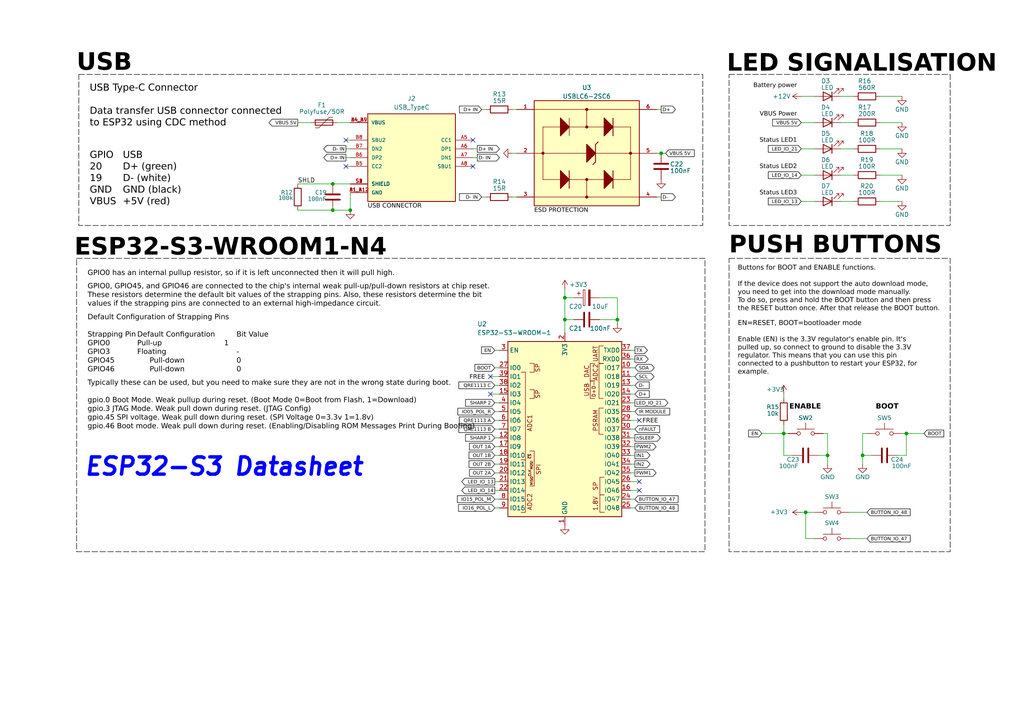
<source format=kicad_sch>
(kicad_sch (version 20231120) (generator "eeschema") (generator_version "8.0")
  (paper "A4")
  (title_block (title "SUMEC_MK_IV") (date "2024-08-05") (rev "v3.0.9") (company "SPS NA PROSEKU") (comment 1 "Made in Prague, Czech Republic") (comment 2 "CONTACT: Savva Popov, savva.popov.sp@gmail.com, +420 605 570 366") (comment 3 "Made by bismarx-v1") (comment 4 "SUMEC MK IV aka SMD-V3 board"))
  (lib_symbols
    (symbol "Device:C" (pin_numbers hide) (pin_names (offset 0.254))
      (property "Reference" "C" (at 0.635 2.54 0))
      (property "Value" "C" (at 0.635 -2.54 0))
      (symbol "C_0_1"
        (polyline (pts (xy -2.032 -0.762) (xy 2.032 -0.762)) (stroke (width 0.508)))
        (polyline (pts (xy -2.032 0.762) (xy 2.032 0.762)) (stroke (width 0.508)))
      )
      (symbol "C_1_1"
        (pin passive line (at 0 3.81 270) (length 2.794) (name "~") (number "1"))
        (pin passive line (at 0 -3.81 90) (length 2.794) (name "~") (number "2"))
      )
    )
    (symbol "Device:C_Polarized" (pin_numbers hide) (pin_names (offset 0.254))
      (property "Reference" "C" (at 0.635 2.54 0))
      (property "Value" "C_Polarized" (at 0.635 -2.54 0))
      (symbol "C_Polarized_0_1"
        (rectangle (start -2.286 0.508) (end 2.286 1.016))
        (polyline (pts (xy -1.778 2.286) (xy -0.762 2.286)))
        (polyline (pts (xy -1.27 2.794) (xy -1.27 1.778)))
        (rectangle (start 2.286 -0.508) (end -2.286 -1.016) (fill (type outline)))
      )
      (symbol "C_Polarized_1_1"
        (pin passive line (at 0 3.81 270) (length 2.794) (name "~") (number "1"))
        (pin passive line (at 0 -3.81 90) (length 2.794) (name "~") (number "2"))
      )
    )
    (symbol "Device:LED" (pin_numbers hide) (pin_names (offset 1.016) hide)
      (property "Reference" "D" (at 0 2.54 0))
      (property "Value" "LED" (at 0 -2.54 0))
      (symbol "LED_0_1"
        (polyline (pts (xy -1.27 -1.27) (xy -1.27 1.27)) (stroke (width 0.254)))
        (polyline (pts (xy -1.27 0) (xy 1.27 0)))
        (polyline (pts (xy 1.27 -1.27) (xy 1.27 1.27) (xy -1.27 0) (xy 1.27 -1.27)) (stroke (width 0.254)))
        (polyline (pts (xy -3.048 -0.762) (xy -4.572 -2.286) (xy -3.81 -2.286) (xy -4.572 -2.286) (xy -4.572 -1.524)))
        (polyline (pts (xy -1.778 -0.762) (xy -3.302 -2.286) (xy -2.54 -2.286) (xy -3.302 -2.286) (xy -3.302 -1.524)))
      )
      (symbol "LED_1_1"
        (pin passive line (at -3.81 0 0) (length 2.54) (name "K") (number "1"))
        (pin passive line (at 3.81 0 180) (length 2.54) (name "A") (number "2"))
      )
    )
    (symbol "Device:Polyfuse" (pin_numbers hide) (pin_names (offset 0))
      (property "Reference" "F" (at -2.54 0 90))
      (property "Value" "Polyfuse" (at 2.54 0 90))
      (symbol "Polyfuse_0_1"
        (rectangle (start -0.762 2.54) (end 0.762 -2.54) (stroke (width 0.254)))
        (polyline (pts (xy 0 2.54) (xy 0 -2.54)))
        (polyline (pts (xy -1.524 2.54) (xy -1.524 1.524) (xy 1.524 -1.524) (xy 1.524 -2.54)))
      )
      (symbol "Polyfuse_1_1"
        (pin passive line (at 0 3.81 270) (length 1.27) (name "~") (number "1"))
        (pin passive line (at 0 -3.81 90) (length 1.27) (name "~") (number "2"))
      )
    )
    (symbol "Device:R" (pin_numbers hide) (pin_names (offset 0))
      (property "Reference" "R" (at 2.032 0 90))
      (property "Value" "R" (at 0 0 90))
      (symbol "R_0_1"
        (rectangle (start -1.016 -2.54) (end 1.016 2.54) (stroke (width 0.254)))
      )
      (symbol "R_1_1"
        (pin passive line (at 0 3.81 270) (length 1.27) (name "~") (number "1"))
        (pin passive line (at 0 -3.81 90) (length 1.27) (name "~") (number "2"))
      )
    )
    (symbol "ESP32-S3-WROOM-1_CUSTOM_made_by_bismarx_1"
      (property "Reference" "U3" (at -26.162 -28.956 0))
      (property "Value" "ESP32-S3-WROOM-1" (at -26.162 -30.734 0))
      (symbol "ESP32-S3-WROOM-1_CUSTOM_made_by_bismarx_1_0_0"
        (rectangle (start -20.32 25.4) (end 12.7 -25.4) (stroke (width 0.254)) (fill (type background)))
        (text "PSRAM" (at 5.08 2.54 900) (effects (font (size 1.27 1.27))))
      )
      (symbol "ESP32-S3-WROOM-1_CUSTOM_made_by_bismarx_1_0_1"
        (polyline (pts (xy -16.51 -8.89) (xy -15.24 -8.89) (xy -15.24 -24.13) (xy -16.51 -24.13)))
        (polyline (pts (xy -16.51 16.51) (xy -15.24 16.51) (xy -15.24 -8.89) (xy -16.51 -8.89)))
        (polyline (pts (xy -13.97 -16.51) (xy -12.7 -16.51) (xy -12.7 -6.35) (xy -13.97 -6.35)))
        (polyline (pts (xy -13.97 8.89) (xy -12.7 8.89) (xy -12.7 11.43) (xy -13.97 11.43)))
        (polyline (pts (xy -13.97 16.51) (xy -12.7 16.51) (xy -12.7 19.05) (xy -13.97 19.05)))
        (polyline (pts (xy 4.826 8.89) (xy 3.556 8.89) (xy 3.556 13.97) (xy 4.826 13.97)))
        (polyline (pts (xy 4.826 13.97) (xy 3.556 13.97) (xy 3.556 19.05) (xy 4.826 19.05)))
        (polyline (pts (xy 7.366 -1.524) (xy 6.096 -1.524) (xy 6.096 6.096) (xy 7.366 6.096)))
        (polyline (pts (xy 7.366 8.89) (xy 6.096 8.89) (xy 6.096 19.05) (xy 7.366 19.05)))
        (polyline (pts (xy 7.366 19.05) (xy 6.096 19.05) (xy 6.096 24.13) (xy 7.366 24.13)))
        (polyline (pts (xy 7.62 -24.13) (xy 6.35 -24.13) (xy 6.35 -19.05) (xy 7.62 -19.05)))
        (polyline (pts (xy 7.62 -19.05) (xy 6.35 -19.05) (xy 6.35 -13.97) (xy 7.62 -13.97)))
      )
      (symbol "ESP32-S3-WROOM-1_CUSTOM_made_by_bismarx_1_1_0"
        (text "1.8V" (at 5.08 -21.59 900) (effects (font (size 1.27 1.27))))
        (text "ADC1" (at -13.97 1.778 900) (effects (font (size 1.27 1.27))))
        (text "ADC2" (at -13.97 -21.082 900) (effects (font (size 1.27 1.27))))
        (text "ADC2" (at 5.08 16.51 900) (effects (font (size 1.27 1.27))))
        (text "CLK" (at -13.97 -12.7 900) (effects (font (size 0.7 0.7))))
        (text "D+" (at 4.572 10.414 900) (effects (font (size 1 1))))
        (text "D-" (at 4.572 12.7 900) (effects (font (size 1 1))))
        (text "DAC" (at 2.54 16.764 900) (effects (font (size 1.27 1.27))))
        (text "MISO" (at -13.462 -14.986 900) (effects (font (size 0.7 0.7))))
        (text "MOSI" (at -13.462 -10.414 900) (effects (font (size 0.7 0.7))))
        (text "SP" (at -11.684 10.16 900) (effects (font (size 1.27 1.27))))
        (text "SP" (at -11.684 17.78 900) (effects (font (size 1.27 1.27))))
        (text "SP" (at 5.08 -16.51 900) (effects (font (size 1.27 1.27))))
        (text "SPI" (at -11.43 -11.684 900) (effects (font (size 1.27 1.27))))
        (text "UART" (at 5.08 21.844 900) (effects (font (size 1.27 1.27))))
        (text "USB" (at 2.54 11.43 900) (effects (font (size 1.27 1.27))))
        (text "~{CS}" (at -13.97 -7.874 900) (effects (font (size 0.7 0.7))))
      )
      (symbol "ESP32-S3-WROOM-1_CUSTOM_made_by_bismarx_1_1_1"
        (pin power_in line (at -3.81 -27.94 90) (length 2.54) (name "GND") (number "1"))
        (pin bidirectional line (at 15.24 17.78 180) (length 2.54) (name "IO17") (number "10"))
        (pin bidirectional line (at 15.24 15.24 180) (length 2.54) (name "IO18") (number "11"))
        (pin bidirectional line (at -22.86 -2.54 0) (length 2.54) (name "IO8") (number "12"))
        (pin bidirectional line (at 15.24 12.7 180) (length 2.54) (name "IO19") (number "13"))
        (pin bidirectional line (at 15.24 10.16 180) (length 2.54) (name "IO20") (number "14"))
        (pin bidirectional line (at -22.86 10.16 0) (length 2.54) (name "IO3") (number "15"))
        (pin bidirectional line (at 15.24 -17.78 180) (length 2.54) (name "IO46") (number "16"))
        (pin bidirectional line (at -22.86 -5.08 0) (length 2.54) (name "IO9") (number "17"))
        (pin bidirectional line (at -22.86 -7.62 0) (length 2.54) (name "IO10") (number "18"))
        (pin bidirectional line (at -22.86 -10.16 0) (length 2.54) (name "IO11") (number "19"))
        (pin power_in line (at -3.81 27.94 270) (length 2.54) (name "3V3") (number "2"))
        (pin bidirectional line (at -22.86 -12.7 0) (length 2.54) (name "IO12") (number "20"))
        (pin bidirectional line (at -22.86 -15.24 0) (length 2.54) (name "IO13") (number "21"))
        (pin bidirectional line (at -22.86 -17.78 0) (length 2.54) (name "IO14") (number "22"))
        (pin bidirectional line (at 15.24 7.62 180) (length 2.54) (name "IO21") (number "23"))
        (pin bidirectional line (at 15.24 -20.32 180) (length 2.54) (name "IO47") (number "24"))
        (pin bidirectional line (at 15.24 -22.86 180) (length 2.54) (name "IO48") (number "25"))
        (pin bidirectional line (at 15.24 -15.24 180) (length 2.54) (name "IO45") (number "26"))
        (pin bidirectional line (at -22.86 17.78 0) (length 2.54) (name "IO0") (number "27"))
        (pin bidirectional line (at 15.24 5.08 180) (length 2.54) (name "IO35") (number "28"))
        (pin bidirectional line (at 15.24 2.54 180) (length 2.54) (name "IO36") (number "29"))
        (pin input line (at -22.86 22.86 0) (length 2.54) (name "EN") (number "3"))
        (pin bidirectional line (at 15.24 0 180) (length 2.54) (name "IO37") (number "30"))
        (pin bidirectional line (at 15.24 -2.54 180) (length 2.54) (name "IO38") (number "31"))
        (pin bidirectional line (at 15.24 -5.08 180) (length 2.54) (name "IO39") (number "32"))
        (pin bidirectional line (at 15.24 -7.62 180) (length 2.54) (name "IO40") (number "33"))
        (pin bidirectional line (at 15.24 -10.16 180) (length 2.54) (name "IO41") (number "34"))
        (pin bidirectional line (at 15.24 -12.7 180) (length 2.54) (name "IO42") (number "35"))
        (pin bidirectional line (at 15.24 20.32 180) (length 2.54) (name "RXD0") (number "36"))
        (pin bidirectional line (at 15.24 22.86 180) (length 2.54) (name "TXD0") (number "37"))
        (pin bidirectional line (at -22.86 12.7 0) (length 2.54) (name "IO2") (number "38"))
        (pin bidirectional line (at -22.86 15.24 0) (length 2.54) (name "IO1") (number "39"))
        (pin bidirectional line (at -22.86 7.62 0) (length 2.54) (name "IO4") (number "4"))
        (pin passive line (at -3.81 -27.94 90) (length 2.54) hide (name "GND") (number "40"))
        (pin passive line (at -3.81 -27.94 90) (length 2.54) hide (name "GND") (number "41"))
        (pin bidirectional line (at -22.86 5.08 0) (length 2.54) (name "IO5") (number "5"))
        (pin bidirectional line (at -22.86 2.54 0) (length 2.54) (name "IO6") (number "6"))
        (pin bidirectional line (at -22.86 0 0) (length 2.54) (name "IO7") (number "7"))
        (pin bidirectional line (at -22.86 -20.32 0) (length 2.54) (name "IO15") (number "8"))
        (pin bidirectional line (at -22.86 -22.86 0) (length 2.54) (name "IO16") (number "9"))
      )
    )
    (symbol "GND_1" (power) (pin_numbers hide) (pin_names (offset 0) hide)
      (property "Value" "GND" (at 0 -3.81 0))
      (symbol "GND_1_0_1"
        (polyline (pts (xy 0 0) (xy 0 -1.27) (xy 1.27 -1.27) (xy 0 -2.54) (xy -1.27 -1.27) (xy 0 -1.27)))
      )
      (symbol "GND_1_1_1"
        (pin power_in line (at 0 0 270) (length 0) (name "~") (number "1"))
      )
    )
    (symbol "Switch:SW_Push" (pin_numbers hide) (pin_names (offset 1.016) hide)
      (property "Reference" "SW" (at 1.27 2.54 0))
      (property "Value" "SW_Push" (at 0 -1.524 0))
      (symbol "SW_Push_0_1"
        (circle (center -2.032 0) (radius 0.508))
        (polyline (pts (xy 0 1.27) (xy 0 3.048)))
        (polyline (pts (xy 2.54 1.27) (xy -2.54 1.27)))
        (circle (center 2.032 0) (radius 0.508))
        (pin passive line (at -5.08 0 0) (length 2.54) (name "1") (number "1"))
        (pin passive line (at 5.08 0 180) (length 2.54) (name "2") (number "2"))
      )
    )
    (symbol "power:+12V" (power) (pin_names (offset 0))
      (property "Value" "+12V" (at 0 3.556 0))
      (symbol "+12V_0_1"
        (polyline (pts (xy -0.762 1.27) (xy 0 2.54)))
        (polyline (pts (xy 0 0) (xy 0 2.54)))
        (polyline (pts (xy 0 2.54) (xy 0.762 1.27)))
      )
      (symbol "+12V_1_1"
        (pin power_in line (at 0 0 90) (length 0) hide (name "+12V") (number "1"))
      )
    )
    (symbol "power:+3V3" (power) (pin_names (offset 0))
      (property "Value" "+3V3" (at 0 3.556 0))
      (symbol "+3V3_0_1"
        (polyline (pts (xy -0.762 1.27) (xy 0 2.54)))
        (polyline (pts (xy 0 0) (xy 0 2.54)))
        (polyline (pts (xy 0 2.54) (xy 0.762 1.27)))
      )
      (symbol "+3V3_1_1"
        (pin power_in line (at 0 0 90) (length 0) hide (name "+3V3") (number "1"))
      )
    )
    (symbol "power:GND" (power) (pin_names (offset 0))
      (property "Value" "GND" (at 0 -3.81 0))
      (symbol "GND_0_1"
        (polyline (pts (xy 0 0) (xy 0 -1.27) (xy 1.27 -1.27) (xy 0 -2.54) (xy -1.27 -1.27) (xy 0 -1.27)))
      )
      (symbol "GND_1_1"
        (pin power_in line (at 0 0 270) (length 0) hide (name "GND") (number "1"))
      )
    )
    (symbol "sumec_library:USBLC6-2SC6" (pin_names (offset 1.016))
      (property "Reference" "U" (at -15.2693 17.8093 0))
      (property "Value" "USBLC6-2SC6" (at -15.2559 -17.7959 0))
      (symbol "USBLC6-2SC6_0_0"
        (rectangle (start -15.24 -15.24) (end 15.24 15.24) (stroke (width 0.254)) (fill (type background)))
        (circle (center -12.7 0) (radius 0.254) (stroke (width 0.381)))
        (circle (center 0 -12.7) (radius 0.254) (stroke (width 0.381)))
        (circle (center 0 -7.62) (radius 0.254) (stroke (width 0.381)))
        (polyline (pts (xy -15.24 -12.7) (xy 0 -12.7)) (stroke (width 0.1524)))
        (polyline (pts (xy -15.24 12.7) (xy 0 12.7)) (stroke (width 0.1524)))
        (polyline (pts (xy -12.7 -7.62) (xy -7.62 -7.62)) (stroke (width 0.1524)))
        (polyline (pts (xy -12.7 0) (xy -15.24 0)) (stroke (width 0.1524)))
        (polyline (pts (xy -12.7 0) (xy -12.7 -7.62)) (stroke (width 0.1524)))
        (polyline (pts (xy -12.7 0) (xy 0 0)) (stroke (width 0.1524)))
        (polyline (pts (xy -12.7 7.62) (xy -12.7 0)) (stroke (width 0.1524)))
        (polyline (pts (xy -12.7 7.62) (xy -7.62 7.62)) (stroke (width 0.1524)))
        (polyline (pts (xy -7.62 -10.16) (xy -7.62 -7.62)) (stroke (width 0.254)))
        (polyline (pts (xy -7.62 -7.62) (xy -7.62 -5.08)) (stroke (width 0.254)))
        (polyline (pts (xy -7.62 -5.08) (xy -5.08 -7.62)) (stroke (width 0.254)))
        (polyline (pts (xy -7.62 5.08) (xy -7.62 7.62)) (stroke (width 0.254)))
        (polyline (pts (xy -7.62 7.62) (xy -7.62 10.16)) (stroke (width 0.254)))
        (polyline (pts (xy -7.62 10.16) (xy -5.08 7.62)) (stroke (width 0.254)))
        (polyline (pts (xy -5.08 -7.62) (xy -7.62 -10.16)) (stroke (width 0.254)))
        (polyline (pts (xy -5.08 -7.62) (xy -5.08 -10.16)) (stroke (width 0.254)))
        (polyline (pts (xy -5.08 -7.62) (xy 0 -7.62)) (stroke (width 0.1524)))
        (polyline (pts (xy -5.08 -5.08) (xy -5.08 -7.62)) (stroke (width 0.254)))
        (polyline (pts (xy -5.08 7.62) (xy -7.62 5.08)) (stroke (width 0.254)))
        (polyline (pts (xy -5.08 7.62) (xy -5.08 5.08)) (stroke (width 0.1524)))
        (polyline (pts (xy -5.08 7.62) (xy 0 7.62)) (stroke (width 0.1524)))
        (polyline (pts (xy -5.08 10.16) (xy -5.08 7.62)) (stroke (width 0.1524)))
        (polyline (pts (xy 0 -7.62) (xy 0 -12.7)) (stroke (width 0.1524)))
        (polyline (pts (xy 0 -7.62) (xy 5.08 -7.62)) (stroke (width 0.1524)))
        (polyline (pts (xy 0 -2.54) (xy 0 0)) (stroke (width 0.254)))
        (polyline (pts (xy 0 0) (xy 0 2.54)) (stroke (width 0.254)))
        (polyline (pts (xy 0 2.54) (xy 2.54 0)) (stroke (width 0.254)))
        (polyline (pts (xy 0 7.62) (xy 0 12.7)) (stroke (width 0.1524)))
        (polyline (pts (xy 0 7.62) (xy 5.08 7.62)) (stroke (width 0.1524)))
        (polyline (pts (xy 0 12.7) (xy 15.24 12.7)) (stroke (width 0.1524)))
        (polyline (pts (xy 2.54 -2.54) (xy 1.778 -3.302)) (stroke (width 0.254)))
        (polyline (pts (xy 2.54 0) (xy 0 -2.54)) (stroke (width 0.254)))
        (polyline (pts (xy 2.54 0) (xy 12.7 0)) (stroke (width 0.1524)))
        (polyline (pts (xy 2.54 2.54) (xy 2.54 -2.54)) (stroke (width 0.254)))
        (polyline (pts (xy 2.54 2.54) (xy 3.302 3.302)) (stroke (width 0.254)))
        (polyline (pts (xy 5.08 -10.16) (xy 5.08 -7.62)) (stroke (width 0.254)))
        (polyline (pts (xy 5.08 -7.62) (xy 5.08 -5.08)) (stroke (width 0.254)))
        (polyline (pts (xy 5.08 -5.08) (xy 7.62 -7.62)) (stroke (width 0.254)))
        (polyline (pts (xy 5.08 5.08) (xy 5.08 7.62)) (stroke (width 0.254)))
        (polyline (pts (xy 5.08 7.62) (xy 5.08 10.16)) (stroke (width 0.254)))
        (polyline (pts (xy 5.08 10.16) (xy 7.62 7.62)) (stroke (width 0.254)))
        (polyline (pts (xy 7.62 -7.62) (xy 5.08 -10.16)) (stroke (width 0.254)))
        (polyline (pts (xy 7.62 -7.62) (xy 7.62 -10.16)) (stroke (width 0.254)))
        (polyline (pts (xy 7.62 -7.62) (xy 12.7 -7.62)) (stroke (width 0.1524)))
        (polyline (pts (xy 7.62 -5.08) (xy 7.62 -7.62)) (stroke (width 0.254)))
        (polyline (pts (xy 7.62 7.62) (xy 5.08 5.08)) (stroke (width 0.254)))
        (polyline (pts (xy 7.62 7.62) (xy 7.62 5.08)) (stroke (width 0.254)))
        (polyline (pts (xy 7.62 7.62) (xy 12.7 7.62)) (stroke (width 0.1524)))
        (polyline (pts (xy 7.62 10.16) (xy 7.62 7.62)) (stroke (width 0.254)))
        (polyline (pts (xy 12.7 0) (xy 12.7 -7.62)) (stroke (width 0.1524)))
        (polyline (pts (xy 12.7 0) (xy 15.24 0)) (stroke (width 0.1524)))
        (polyline (pts (xy 12.7 7.62) (xy 12.7 0)) (stroke (width 0.1524)))
        (polyline (pts (xy 15.24 -12.7) (xy 0 -12.7)) (stroke (width 0.1524)))
        (polyline (pts (xy -7.62 -5.08) (xy -7.62 -10.16) (xy -5.08 -7.62) (xy -7.62 -5.08)) (stroke (width 0.254)) (fill (type outline)))
        (polyline (pts (xy -7.62 10.16) (xy -7.62 5.08) (xy -5.08 7.62) (xy -7.62 10.16)) (stroke (width 0.254)) (fill (type outline)))
        (polyline (pts (xy 0 2.54) (xy 0 -2.54) (xy 2.54 0) (xy 0 2.54)) (stroke (width 0.254)) (fill (type outline)))
        (polyline (pts (xy 5.08 -5.08) (xy 5.08 -10.16) (xy 7.62 -7.62) (xy 5.08 -5.08)) (stroke (width 0.254)) (fill (type outline)))
        (polyline (pts (xy 5.08 10.16) (xy 5.08 5.08) (xy 7.62 7.62) (xy 5.08 10.16)) (stroke (width 0.254)) (fill (type outline)))
        (circle (center 0 7.62) (radius 0.254) (stroke (width 0.381)))
        (circle (center 0 12.7) (radius 0.254) (stroke (width 0.381)))
        (circle (center 12.7 0) (radius 0.254) (stroke (width 0.381)))
        (pin bidirectional line (at -20.32 12.7 0) (length 5.08) (name "~") (number "1"))
        (pin power_in line (at -20.32 0 0) (length 5.08) (name "~") (number "2"))
        (pin bidirectional line (at -20.32 -12.7 0) (length 5.08) (name "~") (number "3"))
        (pin bidirectional line (at 20.32 -12.7 180) (length 5.08) (name "~") (number "4"))
        (pin power_in line (at 20.32 0 180) (length 5.08) (name "~") (number "5"))
        (pin bidirectional line (at 20.32 12.7 180) (length 5.08) (name "~") (number "6"))
      )
    )
    (symbol "sumec_sch_lib:USB_TypeC" (pin_names (offset 1.016))
      (property "Reference" "J" (at -12.7 13.462 0))
      (property "Value" "USB_TypeC" (at -12.7 -13.462 0))
      (symbol "USB_TypeC_0_0"
        (rectangle (start -12.7 -12.7) (end 12.7 12.7) (stroke (width 0.254)) (fill (type background)))
        (pin power_in line (at 17.78 -10.16 180) (length 5.08) (name "GND") (number "A1_B12"))
        (pin power_in line (at 17.78 10.16 180) (length 5.08) (name "VBUS") (number "A4_B9"))
        (pin bidirectional line (at -17.78 5.08 0) (length 5.08) (name "CC1") (number "A5"))
        (pin bidirectional line (at -17.78 2.54 0) (length 5.08) (name "DP1") (number "A6"))
        (pin bidirectional line (at -17.78 0 0) (length 5.08) (name "DN1") (number "A7"))
        (pin bidirectional line (at -17.78 -2.54 0) (length 5.08) (name "SBU1") (number "A8"))
        (pin power_in line (at 17.78 -10.16 180) (length 5.08) (name "GND") (number "B1_A12"))
        (pin power_in line (at 17.78 10.16 180) (length 5.08) (name "VBUS") (number "B4_A9"))
        (pin bidirectional line (at 17.78 -2.54 180) (length 5.08) (name "CC2") (number "B5"))
        (pin bidirectional line (at 17.78 0 180) (length 5.08) (name "DP2") (number "B6"))
        (pin bidirectional line (at 17.78 2.54 180) (length 5.08) (name "DN2") (number "B7"))
        (pin bidirectional line (at 17.78 5.08 180) (length 5.08) (name "SBU2") (number "B8"))
        (pin passive line (at 17.78 -7.62 180) (length 5.08) (name "SHIELD") (number "S1"))
        (pin passive line (at 17.78 -7.62 180) (length 5.08) (name "SHIELD") (number "S2"))
        (pin passive line (at 17.78 -7.62 180) (length 5.08) (name "SHIELD") (number "S3"))
        (pin passive line (at 17.78 -7.62 180) (length 5.08) (name "SHIELD") (number "S4"))
      )
    )
  )
  (junction (at 233.68 148.59))
  (junction (at 96.52 60.96))
  (junction (at 96.52 53.34))
  (junction (at 163.83 86.36))
  (junction (at 163.83 92.71))
  (junction (at 240.03 132.08))
  (junction (at 179.07 92.71))
  (junction (at 101.6 60.96))
  (junction (at 250.19 132.08))
  (junction (at 191.77 44.45))
  (junction (at 262.89 125.73))
  (junction (at 227.33 125.73))
  (no_connect (at 185.42 121.92))
  (no_connect (at 142.24 114.3))
  (no_connect (at 100.33 40.64))
  (no_connect (at 137.16 40.64))
  (no_connect (at 137.16 48.26))
  (no_connect (at 185.42 139.7))
  (no_connect (at 185.42 142.24))
  (no_connect (at 142.24 109.22))
  (no_connect (at 100.33 48.26))
  (wire (pts (xy 240.03 125.73) (xy 238.76 125.73)))
  (wire (pts (xy 250.19 134.62) (xy 250.19 132.08)))
  (wire (pts (xy 250.19 132.08) (xy 252.73 132.08)))
  (wire (pts (xy 96.52 53.34) (xy 101.6 53.34)))
  (wire (pts (xy 86.36 53.34) (xy 96.52 53.34)))
  (wire (pts (xy 246.38 148.59) (xy 251.46 148.59)))
  (wire (pts (xy 184.15 124.46) (xy 182.88 124.46)))
  (wire (pts (xy 142.24 109.22) (xy 144.78 109.22)))
  (wire (pts (xy 179.07 86.36) (xy 179.07 92.71)))
  (wire (pts (xy 227.33 115.57) (xy 227.33 114.3)))
  (wire (pts (xy 255.27 50.8) (xy 261.62 50.8)))
  (wire (pts (xy 227.33 125.73) (xy 228.6 125.73)))
  (wire (pts (xy 232.41 35.56) (xy 236.22 35.56)))
  (wire (pts (xy 240.03 132.08) (xy 237.49 132.08)))
  (wire (pts (xy 233.68 156.21) (xy 236.22 156.21)))
  (wire (pts (xy 100.33 40.64) (xy 101.6 40.64)))
  (wire (pts (xy 138.43 43.18) (xy 137.16 43.18)))
  (wire (pts (xy 90.17 35.56) (xy 86.36 35.56)))
  (wire (pts (xy 143.51 132.08) (xy 144.78 132.08)))
  (wire (pts (xy 163.83 92.71) (xy 163.83 96.52)))
  (wire (pts (xy 184.15 104.14) (xy 182.88 104.14)))
  (wire (pts (xy 143.51 121.92) (xy 144.78 121.92)))
  (wire (pts (xy 184.15 101.6) (xy 182.88 101.6)))
  (wire (pts (xy 143.51 127) (xy 144.78 127)))
  (wire (pts (xy 184.15 127) (xy 182.88 127)))
  (wire (pts (xy 139.7 31.75) (xy 140.97 31.75)))
  (wire (pts (xy 184.15 144.78) (xy 182.88 144.78)))
  (wire (pts (xy 185.42 142.24) (xy 182.88 142.24)))
  (wire (pts (xy 191.77 57.15) (xy 190.5 57.15)))
  (wire (pts (xy 191.77 44.45) (xy 190.5 44.45)))
  (wire (pts (xy 262.89 125.73) (xy 267.97 125.73)))
  (wire (pts (xy 139.7 57.15) (xy 140.97 57.15)))
  (wire (pts (xy 255.27 27.94) (xy 261.62 27.94)))
  (wire (pts (xy 163.83 86.36) (xy 163.83 92.71)))
  (wire (pts (xy 184.15 134.62) (xy 182.88 134.62)))
  (wire (pts (xy 193.04 44.45) (xy 191.77 44.45)))
  (wire (pts (xy 148.59 57.15) (xy 149.86 57.15)))
  (wire (pts (xy 100.33 43.18) (xy 101.6 43.18)))
  (wire (pts (xy 86.36 60.96) (xy 96.52 60.96)))
  (wire (pts (xy 232.41 43.18) (xy 236.22 43.18)))
  (wire (pts (xy 143.51 101.6) (xy 144.78 101.6)))
  (wire (pts (xy 96.52 60.96) (xy 101.6 60.96)))
  (wire (pts (xy 262.89 125.73) (xy 262.89 132.08)))
  (wire (pts (xy 185.42 139.7) (xy 182.88 139.7)))
  (wire (pts (xy 220.98 125.73) (xy 227.33 125.73)))
  (wire (pts (xy 143.51 144.78) (xy 144.78 144.78)))
  (wire (pts (xy 163.83 86.36) (xy 166.37 86.36)))
  (wire (pts (xy 143.51 134.62) (xy 144.78 134.62)))
  (wire (pts (xy 243.84 58.42) (xy 247.65 58.42)))
  (wire (pts (xy 255.27 58.42) (xy 261.62 58.42)))
  (wire (pts (xy 143.51 111.76) (xy 144.78 111.76)))
  (wire (pts (xy 143.51 139.7) (xy 144.78 139.7)))
  (wire (pts (xy 182.88 129.54) (xy 184.15 129.54)))
  (wire (pts (xy 255.27 35.56) (xy 261.62 35.56)))
  (wire (pts (xy 184.15 116.84) (xy 182.88 116.84)))
  (wire (pts (xy 262.89 125.73) (xy 261.62 125.73)))
  (wire (pts (xy 143.51 124.46) (xy 144.78 124.46)))
  (wire (pts (xy 184.15 111.76) (xy 182.88 111.76)))
  (wire (pts (xy 143.51 119.38) (xy 144.78 119.38)))
  (wire (pts (xy 233.68 148.59) (xy 233.68 156.21)))
  (wire (pts (xy 97.79 35.56) (xy 101.6 35.56)))
  (wire (pts (xy 143.51 147.32) (xy 144.78 147.32)))
  (wire (pts (xy 255.27 43.18) (xy 261.62 43.18)))
  (wire (pts (xy 243.84 43.18) (xy 247.65 43.18)))
  (wire (pts (xy 184.15 109.22) (xy 182.88 109.22)))
  (wire (pts (xy 243.84 35.56) (xy 247.65 35.56)))
  (wire (pts (xy 184.15 132.08) (xy 182.88 132.08)))
  (wire (pts (xy 227.33 123.19) (xy 227.33 125.73)))
  (wire (pts (xy 184.15 119.38) (xy 182.88 119.38)))
  (wire (pts (xy 148.59 31.75) (xy 149.86 31.75)))
  (wire (pts (xy 143.51 137.16) (xy 144.78 137.16)))
  (wire (pts (xy 232.41 148.59) (xy 233.68 148.59)))
  (wire (pts (xy 243.84 27.94) (xy 247.65 27.94)))
  (wire (pts (xy 243.84 50.8) (xy 247.65 50.8)))
  (wire (pts (xy 233.68 148.59) (xy 236.22 148.59)))
  (wire (pts (xy 240.03 134.62) (xy 240.03 132.08)))
  (wire (pts (xy 100.33 45.72) (xy 101.6 45.72)))
  (wire (pts (xy 148.59 44.45) (xy 149.86 44.45)))
  (wire (pts (xy 250.19 125.73) (xy 251.46 125.73)))
  (wire (pts (xy 184.15 114.3) (xy 182.88 114.3)))
  (wire (pts (xy 163.83 83.82) (xy 163.83 86.36)))
  (wire (pts (xy 166.37 92.71) (xy 163.83 92.71)))
  (wire (pts (xy 184.15 147.32) (xy 182.88 147.32)))
  (wire (pts (xy 232.41 27.94) (xy 236.22 27.94)))
  (wire (pts (xy 143.51 106.68) (xy 144.78 106.68)))
  (wire (pts (xy 179.07 92.71) (xy 179.07 93.98)))
  (wire (pts (xy 173.99 92.71) (xy 179.07 92.71)))
  (wire (pts (xy 143.51 142.24) (xy 144.78 142.24)))
  (wire (pts (xy 142.24 114.3) (xy 144.78 114.3)))
  (wire (pts (xy 240.03 125.73) (xy 240.03 132.08)))
  (wire (pts (xy 185.42 121.92) (xy 182.88 121.92)))
  (wire (pts (xy 190.5 31.75) (xy 191.77 31.75)))
  (wire (pts (xy 232.41 50.8) (xy 236.22 50.8)))
  (wire (pts (xy 143.51 116.84) (xy 144.78 116.84)))
  (wire (pts (xy 143.51 129.54) (xy 144.78 129.54)))
  (wire (pts (xy 138.43 45.72) (xy 137.16 45.72)))
  (wire (pts (xy 229.87 132.08) (xy 227.33 132.08)))
  (wire (pts (xy 101.6 60.96) (xy 101.6 55.88)))
  (wire (pts (xy 251.46 156.21) (xy 246.38 156.21)))
  (wire (pts (xy 184.15 137.16) (xy 182.88 137.16)))
  (wire (pts (xy 227.33 125.73) (xy 227.33 132.08)))
  (wire (pts (xy 173.99 86.36) (xy 179.07 86.36)))
  (wire (pts (xy 232.41 58.42) (xy 236.22 58.42)))
  (wire (pts (xy 100.33 48.26) (xy 101.6 48.26)))
  (wire (pts (xy 250.19 125.73) (xy 250.19 132.08)))
  (wire (pts (xy 260.35 132.08) (xy 262.89 132.08)))
  (wire (pts (xy 184.15 106.68) (xy 182.88 106.68)))
  (rectangle (start 211.455 21.59) (end 275.59 65.405) (stroke (width 0) (type dash) (color 0 0 0 1)))
  (rectangle (start 211.455 74.93) (end 275.59 160.02) (stroke (width 0) (type dash) (color 0 0 0 1)))
  (rectangle (start 22.225 74.93) (end 204.47 160.02) (stroke (width 0) (type dash) (color 0 0 0 1)))
  (rectangle (start 22.86 21.59) (end 203.835 65.405) (stroke (width 0) (type dash) (color 0 0 0 1)))
  (text "VBUS Power" (at 231.14 34.29 0) (effects (font (size 1.27 1.27)) (justify right bottom)))
  (text "Typically these can be used, but you need to make sure they are not in the wrong state during boot.\n\ngpio.0 Boot Mode. Weak pullup during reset. (Boot Mode 0=Boot from Flash, 1=Download)\ngpio.3 JTAG Mode. Weak pull down during reset. (JTAG Config)\ngpio.45 SPI voltage. Weak pull down during reset. (SPI Voltage 0=3.3v 1=1.8v)\ngpio.46 Boot mode. Weak pull down during reset. (Enabling/Disabling ROM Messages Print During Booting)" (at 25.4 125.095 0) (effects (font (size 1.5 1.5)) (justify left bottom)))
  (text "Status LED3" (at 231.14 57.15 0) (effects (font (size 1.27 1.27)) (justify right bottom)))
  (text "GPIO0 has an internal pullup resistor, so if it is left unconnected then it will pull high." (at 25.4 80.645 0) (effects (font (size 1.5 1.5)) (justify left bottom)))
  (text "ESD PROTECTION" (at 154.94 62.23 0) (effects (font (size 1.27 1.27)) (justify left bottom)))
  (text "ESP32-S3-WROOM1-N4" (at 21.59 76.2 0) (effects (font (size 5 5) (bold yes)) (justify left bottom)))
  (text "FREE" (at 138.43 109.855 0) (effects (font (size 1.27 1.27))))
  (text "USB CONNECTOR" (at 106.68 60.96 0) (effects (font (size 1.27 1.27)) (justify left bottom)))
  (text "GPIO0, GPIO45, and GPIO46 are connected to the chip's internal weak pull-up/pull-down resistors at chip reset.\nThese resistors determine the default bit values of the strapping pins. Also, these resistors determine the bit\nvalues if the strapping pins are connected to an external high-impedance circuit." (at 25.4 89.535 0) (effects (font (size 1.5 1.5)) (justify left bottom)))
  (text "FREE" (at 188.595 122.555 0) (effects (font (size 1.27 1.27))))
  (text "USB Type-C Connector\n\nData transfer USB connector connected\nto ESP32 using CDC method" (at 26.035 37.465 0) (effects (font (size 2 2) (italic yes)) (justify left bottom)))
  (text "LED SIGNALISATION" (at 210.82 22.86 0) (effects (font (size 5 5) (bold yes)) (justify left bottom)))
  (text "EN=RESET, BOOT=bootloader mode\n\nEnable (EN) is the 3.3V regulator's enable pin. It's\npulled up, so connect to ground to disable the 3.3V\nregulator. This means that you can use this pin\nconnected to a pushbutton to restart your ESP32, for\nexample." (at 213.995 109.22 0) (effects (font (size 1.4 1.4) (italic yes)) (justify left bottom)))
  (text "ENABLE" (at 238.125 119.38 0) (effects (font (size 1.5 1.5) (thickness 0.254) (bold yes)) (justify right bottom)))
  (text "BOOT" (at 254 119.38 0) (effects (font (size 1.5 1.5) (bold yes)) (justify left bottom)))
  (text "USB" (at 22.225 19.685 0) (effects (font (size 5 5) (thickness 1.2) (bold yes)) (justify left)))
  (text "Buttons for BOOT and ENABLE functions.\n\nIf the device does not support the auto download mode,\nyou need to get into the download mode manually. \nTo do so, press and hold the BOOT button and then press \nthe RESET button once. After that release the BOOT button." (at 213.995 90.805 0) (effects (font (size 1.4 1.4) (italic yes)) (justify left bottom)))
  (text "Battery power" (at 231.14 26.035 0) (effects (font (size 1.27 1.27)) (justify right bottom)))
  (text "Status LED2" (at 231.14 49.53 0) (effects (font (size 1.27 1.27)) (justify right bottom)))
  (text "PUSH BUTTONS" (at 211.455 75.565 0) (effects (font (size 5 5) (bold yes)) (justify left bottom)))
  (text "ESP32-S3 Datasheet" (at 24.13 138.43 0) (effects (font (size 5 5) (thickness 1) (bold yes) (italic yes)) (justify left bottom)))
  (text "Status LED1" (at 231.14 41.91 0) (effects (font (size 1.27 1.27)) (justify right bottom)))
  (text "Default Configuration of Strapping Pins\n\nStrapping Pin	Default Configuration		Bit Value\nGPIO0 			Pull-up						1\nGPIO3			Floating						-\nGPIO45			Pull-down					0\nGPIO46			Pull-down					0" (at 25.4 108.585 0) (effects (font (size 1.5 1.5)) (justify left bottom)))
  (text "GPIO	USB\n20		D+ (green)\n19		D- (white)\nGND	GND (black)\nVBUS	+5V (red)" (at 26.035 60.325 0) (effects (font (size 2 2)) (justify left bottom)))
  (label "SHLD" (at 86.36 53.34 0))
  (global_label "D-" (shape input) (at 184.15 111.76 0) (effects (font (size 1 1))) (property "Intersheetrefs" "${INTERSHEET_REFS}" (effects (hide yes))))
  (global_label "LED_IO_13" (shape input) (at 232.41 58.42 180) (effects (font (size 1 1))) (property "Intersheetrefs" "${INTERSHEET_REFS}" (effects (hide yes))))
  (global_label "BUTTON_IO_47" (shape input) (at 184.15 144.78 0) (effects (font (size 1 1))) (property "Intersheetrefs" "${INTERSHEET_REFS}" (effects (hide yes))))
  (global_label "D+ IN" (shape input) (at 139.7 31.75 180) (effects (font (size 1 1))) (property "Intersheetrefs" "${INTERSHEET_REFS}" (effects (hide yes))))
  (global_label "LED_IO_14" (shape output) (at 143.51 142.24 180) (effects (font (size 1 1))) (property "Intersheetrefs" "${INTERSHEET_REFS}" (effects (hide yes))))
  (global_label "OUT 1A" (shape input) (at 143.51 129.54 180) (effects (font (size 1 1))) (property "Intersheetrefs" "${INTERSHEET_REFS}" (effects (hide yes))))
  (global_label "D-" (shape output) (at 191.77 57.15 0) (effects (font (size 1 1))) (property "Intersheetrefs" "${INTERSHEET_REFS}" (effects (hide yes))))
  (global_label "PWM2" (shape output) (at 184.15 129.54 0) (effects (font (size 1 1))) (property "Intersheetrefs" "${INTERSHEET_REFS}" (effects (hide yes))))
  (global_label "BUTTON_IO_48" (shape input) (at 184.15 147.32 0) (effects (font (size 1 1))) (property "Intersheetrefs" "${INTERSHEET_REFS}" (effects (hide yes))))
  (global_label "IO16_POL_L" (shape input) (at 143.51 147.32 180) (effects (font (size 1 1))) (property "Intersheetrefs" "${INTERSHEET_REFS}" (effects (hide yes))))
  (global_label "EN" (shape input) (at 143.51 101.6 180) (effects (font (size 1 1))) (property "Intersheetrefs" "${INTERSHEET_REFS}" (effects (hide yes))))
  (global_label "BUTTON_IO_47" (shape input) (at 251.46 156.21 0) (effects (font (size 1 1))) (property "Intersheetrefs" "${INTERSHEET_REFS}" (effects (hide yes))))
  (global_label "QRE1113 C" (shape input) (at 143.51 111.76 180) (effects (font (size 1 1))) (property "Intersheetrefs" "${INTERSHEET_REFS}" (effects (hide yes))))
  (global_label "SCL" (shape bidirectional) (at 184.15 109.22 0) (effects (font (size 1 1))) (property "Intersheetrefs" "${INTERSHEET_REFS}" (effects (hide yes))))
  (global_label "D+ IN" (shape output) (at 100.33 45.72 180) (effects (font (size 1 1))) (property "Intersheetrefs" "${INTERSHEET_REFS}" (effects (hide yes))))
  (global_label "D+" (shape output) (at 191.77 31.75 0) (effects (font (size 1 1))) (property "Intersheetrefs" "${INTERSHEET_REFS}" (effects (hide yes))))
  (global_label "SHARP 1" (shape input) (at 143.51 127 180) (effects (font (size 1 1))) (property "Intersheetrefs" "${INTERSHEET_REFS}" (effects (hide yes))))
  (global_label "OUT 2B" (shape input) (at 143.51 134.62 180) (effects (font (size 1 1))) (property "Intersheetrefs" "${INTERSHEET_REFS}" (effects (hide yes))))
  (global_label "IR MODULE" (shape input) (at 184.15 119.38 0) (effects (font (size 1 1))) (property "Intersheetrefs" "${INTERSHEET_REFS}" (effects (hide yes))))
  (global_label "BOOT" (shape input) (at 143.51 106.68 180) (effects (font (size 1 1))) (property "Intersheetrefs" "${INTERSHEET_REFS}" (effects (hide yes))))
  (global_label "LED_IO_13" (shape output) (at 143.51 139.7 180) (effects (font (size 1 1))) (property "Intersheetrefs" "${INTERSHEET_REFS}" (effects (hide yes))))
  (global_label "D- IN" (shape output) (at 138.43 45.72 0) (effects (font (size 1 1))) (property "Intersheetrefs" "${INTERSHEET_REFS}" (effects (hide yes))))
  (global_label "D+" (shape input) (at 184.15 114.3 0) (effects (font (size 1 1))) (property "Intersheetrefs" "${INTERSHEET_REFS}" (effects (hide yes))))
  (global_label "IO15_POL_M" (shape input) (at 143.51 144.78 180) (effects (font (size 1 1))) (property "Intersheetrefs" "${INTERSHEET_REFS}" (effects (hide yes))))
  (global_label "BOOT" (shape input) (at 267.97 125.73 0) (effects (font (size 1 1))) (property "Intersheetrefs" "${INTERSHEET_REFS}" (effects (hide yes))))
  (global_label "LED_IO_21" (shape output) (at 184.15 116.84 0) (effects (font (size 1 1))) (property "Intersheetrefs" "${INTERSHEET_REFS}" (effects (hide yes))))
  (global_label "IN2" (shape output) (at 184.15 134.62 0) (effects (font (size 1 1))) (property "Intersheetrefs" "${INTERSHEET_REFS}" (effects (hide yes))))
  (global_label "nSLEEP" (shape output) (at 184.15 127 0) (effects (font (size 1 1))) (property "Intersheetrefs" "${INTERSHEET_REFS}" (effects (hide yes))))
  (global_label "IO05_POL_R" (shape input) (at 143.51 119.38 180) (effects (font (size 1 1))) (property "Intersheetrefs" "${INTERSHEET_REFS}" (effects (hide yes))))
  (global_label "OUT 1B" (shape input) (at 143.51 132.08 180) (effects (font (size 1 1))) (property "Intersheetrefs" "${INTERSHEET_REFS}" (effects (hide yes))))
  (global_label "D- IN" (shape input) (at 139.7 57.15 180) (effects (font (size 1 1))) (property "Intersheetrefs" "${INTERSHEET_REFS}" (effects (hide yes))))
  (global_label "D- IN" (shape output) (at 100.33 43.18 180) (effects (font (size 1 1))) (property "Intersheetrefs" "${INTERSHEET_REFS}" (effects (hide yes))))
  (global_label "D+ IN" (shape output) (at 138.43 43.18 0) (effects (font (size 1 1))) (property "Intersheetrefs" "${INTERSHEET_REFS}" (effects (hide yes))))
  (global_label "PWM1" (shape output) (at 184.15 137.16 0) (effects (font (size 1 1))) (property "Intersheetrefs" "${INTERSHEET_REFS}" (effects (hide yes))))
  (global_label "IN1" (shape output) (at 184.15 132.08 0) (effects (font (size 1 1))) (property "Intersheetrefs" "${INTERSHEET_REFS}" (effects (hide yes))))
  (global_label "SDA" (shape bidirectional) (at 184.15 106.68 0) (effects (font (size 1 1))) (property "Intersheetrefs" "${INTERSHEET_REFS}" (effects (hide yes))))
  (global_label "QRE1113 B" (shape input) (at 143.51 124.46 180) (effects (font (size 1 1))) (property "Intersheetrefs" "${INTERSHEET_REFS}" (effects (hide yes))))
  (global_label "OUT 2A" (shape input) (at 143.51 137.16 180) (effects (font (size 1 1))) (property "Intersheetrefs" "${INTERSHEET_REFS}" (effects (hide yes))))
  (global_label "BUTTON_IO_48" (shape input) (at 251.46 148.59 0) (effects (font (size 1 1))) (property "Intersheetrefs" "${INTERSHEET_REFS}" (effects (hide yes))))
  (global_label "VBUS 5V" (shape input) (at 232.41 35.56 180) (effects (font (size 1 1))) (property "Intersheetrefs" "${INTERSHEET_REFS}" (effects (hide yes))))
  (global_label "SHARP 2" (shape input) (at 143.51 116.84 180) (effects (font (size 1 1))) (property "Intersheetrefs" "${INTERSHEET_REFS}" (effects (hide yes))))
  (global_label "TX" (shape output) (at 184.15 101.6 0) (effects (font (size 1 1))) (property "Intersheetrefs" "${INTERSHEET_REFS}" (effects (hide yes))))
  (global_label "LED_IO_14" (shape input) (at 232.41 50.8 180) (effects (font (size 1 1))) (property "Intersheetrefs" "${INTERSHEET_REFS}" (effects (hide yes))))
  (global_label "VBUS 5V" (shape input) (at 193.04 44.45 0) (effects (font (size 1 1))) (property "Intersheetrefs" "${INTERSHEET_REFS}" (effects (hide yes))))
  (global_label "VBUS 5V" (shape output) (at 86.36 35.56 180) (effects (font (size 1 1))) (property "Intersheetrefs" "${INTERSHEET_REFS}" (effects (hide yes))))
  (global_label "EN" (shape input) (at 220.98 125.73 180) (effects (font (size 1 1))) (property "Intersheetrefs" "${INTERSHEET_REFS}" (effects (hide yes))))
  (global_label "LED_IO_21" (shape input) (at 232.41 43.18 180) (effects (font (size 1 1))) (property "Intersheetrefs" "${INTERSHEET_REFS}" (effects (hide yes))))
  (global_label "RX" (shape output) (at 184.15 104.14 0) (effects (font (size 1 1))) (property "Intersheetrefs" "${INTERSHEET_REFS}" (effects (hide yes))))
  (global_label "QRE1113 A" (shape input) (at 143.51 121.92 180) (effects (font (size 1 1))) (property "Intersheetrefs" "${INTERSHEET_REFS}" (effects (hide yes))))
  (global_label "nFAULT" (shape input) (at 184.15 124.46 0) (effects (font (size 1 1))) (property "Intersheetrefs" "${INTERSHEET_REFS}" (effects (hide yes))))
  (symbol (lib_id "Device:R") (at 251.46 58.42 90) (unit 1)
    (property "Reference" "R20" (at 253.365 53.975 90) (effects (justify left)))
    (property "Value" "100R" (at 254 55.88 90) (effects (justify left)))
    (property "Footprint" "Resistor_SMD:R_0805_2012Metric_Pad1.20x1.40mm_HandSolder" (effects (hide yes)))
  )
  (symbol (lib_id "Switch:SW_Push") (at 241.3 148.59 0) (unit 1)
    (property "Reference" "SW3" (at 241.3 144.145 0))
    (property "Value" "SW_Push" (effects (hide yes)))
    (property "Footprint" "sumec_brd:SW_SPST_EVQPE1" (effects (hide yes)))
  )
  (symbol (lib_id "Device:LED") (at 240.03 58.42 180) (unit 1)
    (property "Reference" "D7" (at 238.125 53.975 0) (effects (justify right)))
    (property "Value" "LED" (at 238.125 55.88 0) (effects (justify right)))
    (property "Footprint" "LED_SMD:LED_0805_2012Metric_Pad1.15x1.40mm_HandSolder" (effects (hide yes)))
  )
  (symbol (lib_name "ESP32-S3-WROOM-1_CUSTOM_made_by_bismarx_1") (lib_id "sumec_sch_lib:ESP32-S3-WROOM-1_CUSTOM_made_by_bismarx") (at 167.64 124.46 0) (unit 1)
    (property "Reference" "U2" (at 138.43 93.98 0) (effects (justify left)))
    (property "Value" "ESP32-S3-WROOM-1" (at 138.43 96.52 0) (effects (justify left)))
    (property "Footprint" "PCM_Espressif:ESP32-S3-WROOM-1" (effects (hide yes)))
    (property "Datasheet" "https://www.espressif.com/sites/default/files/documentation/esp32-s3-wroom-1_wroom-1u_datasheet_en.pdf" (effects (hide yes)))
    (property "Description" "RF Module, ESP32-S3 SoC, Wi-Fi 802.11b/g/n, Bluetooth, BLE, 32-bit, 3.3V, onboard antenna, SMD" (effects (hide yes)))
  )
  (symbol (lib_id "Device:C") (at 191.77 48.26 0) (unit 1)
    (property "Reference" "C22" (at 194.31 47.625 0) (effects (justify left)))
    (property "Value" "100nF" (at 194.31 49.53 0) (effects (justify left)))
    (property "Footprint" "Capacitor_SMD:C_0805_2012Metric_Pad1.18x1.45mm_HandSolder" (effects (hide yes)))
  )
  (symbol (lib_id "power:GND") (at 101.6 60.96 0) (unit 1)
    (property "Reference" "#PWR039" (effects (hide yes)))
    (property "Value" "GND" (effects (hide yes)))
  )
  (symbol (lib_id "Switch:SW_Push") (at 241.3 156.21 0) (unit 1)
    (property "Reference" "SW4" (at 241.3 151.765 0))
    (property "Value" "SW_Push" (effects (hide yes)))
    (property "Footprint" "sumec_brd:SW_SPST_EVQPE1" (effects (hide yes)))
  )
  (symbol (lib_id "power:GND") (at 191.77 52.07 0) (unit 1)
    (property "Reference" "#PWR044" (effects (hide yes)))
    (property "Value" "GND" (effects (hide yes)))
  )
  (symbol (lib_id "Device:R") (at 251.46 35.56 90) (unit 1)
    (property "Reference" "R17" (at 252.73 31.115 90) (effects (justify left)))
    (property "Value" "200R" (at 254 33.02 90) (effects (justify left)))
    (property "Footprint" "Resistor_SMD:R_0805_2012Metric_Pad1.20x1.40mm_HandSolder" (effects (hide yes)))
  )
  (symbol (lib_id "power:+3V3") (at 232.41 148.59 90) (unit 1)
    (property "Reference" "#PWR047" (effects (hide yes)))
    (property "Value" "+3V3" (at 228.6 148.59 90) (effects (justify left)))
  )
  (symbol (lib_id "power:GND") (at 261.62 35.56 0) (unit 1)
    (property "Reference" "#PWR051" (effects (hide yes)))
    (property "Value" "GND" (at 261.62 39.37 0))
  )
  (symbol (lib_id "Device:R") (at 251.46 50.8 90) (unit 1)
    (property "Reference" "R19" (at 253.365 46.355 90) (effects (justify left)))
    (property "Value" "100R" (at 254 48.26 90) (effects (justify left)))
    (property "Footprint" "Resistor_SMD:R_0805_2012Metric_Pad1.20x1.40mm_HandSolder" (effects (hide yes)))
  )
  (symbol (lib_id "Device:Polyfuse") (at 93.98 35.56 90) (unit 1)
    (property "Reference" "F1" (at 93.345 30.48 90))
    (property "Value" "Polyfuse/50R" (at 93.345 32.385 90))
    (property "Footprint" "Fuse:Fuse_0805_2012Metric" (effects (hide yes)))
    (property "Datasheet" "https://cz.mouser.com/ProductDetail/Littelfuse/0805L020-16YR?qs=HoCaDK9Nz5e9OjGjdp4q0Q%3D%3D" (effects (hide yes)))
    (property "Description" "Resettable fuse, polymeric positive temperature coefficient" (effects (hide yes)))
  )
  (symbol (lib_id "power:GND") (at 240.03 134.62 0) (mirror y) (unit 1)
    (property "Reference" "#PWR048" (effects (hide yes)))
    (property "Value" "GND" (at 240.03 138.43 0))
  )
  (symbol (lib_id "power:GND") (at 148.59 44.45 270) (unit 1)
    (property "Reference" "#PWR040" (effects (hide yes)))
    (property "Value" "GND" (effects (hide yes)))
  )
  (symbol (lib_id "power:+3V3") (at 227.33 114.3 0) (unit 1)
    (property "Reference" "#PWR045" (effects (hide yes)))
    (property "Value" "+3V3" (at 222.25 113.03 0) (effects (justify left)))
  )
  (symbol (lib_id "power:GND") (at 250.19 134.62 0) (unit 1)
    (property "Reference" "#PWR049" (effects (hide yes)))
    (property "Value" "GND" (at 250.19 138.43 0))
  )
  (symbol (lib_id "Device:R") (at 86.36 57.15 0) (unit 1)
    (property "Reference" "R12" (at 83.185 55.88 0))
    (property "Value" "100k" (at 82.8675 57.4675 0))
    (property "Footprint" "Resistor_SMD:R_0805_2012Metric_Pad1.20x1.40mm_HandSolder" (effects (hide yes)))
  )
  (symbol (lib_id "Switch:SW_Push") (at 256.54 125.73 0) (unit 1)
    (property "Reference" "SW5" (at 256.54 121.285 0))
    (property "Value" "SW_Push" (effects (hide yes)))
    (property "Footprint" "sumec_brd:SW_SPST_EVQPE1" (effects (hide yes)))
  )
  (symbol (lib_id "Switch:SW_Push") (at 233.68 125.73 0) (mirror y) (unit 1)
    (property "Reference" "SW2" (at 233.68 121.285 0))
    (property "Value" "SW_Push" (effects (hide yes)))
    (property "Footprint" "sumec_brd:SW_SPST_EVQPE1" (effects (hide yes)))
    (property "Datasheet" "https://cz.mouser.com/ProductDetail/Panasonic/EVQ-PE104K?qs=wX5mvoJE4NGLiYsCBZAptQ%3D%3D" (effects (hide yes)))
  )
  (symbol (lib_id "Device:LED") (at 240.03 43.18 180) (unit 1)
    (property "Reference" "D5" (at 238.125 38.735 0) (effects (justify right)))
    (property "Value" "LED" (at 238.125 40.64 0) (effects (justify right)))
    (property "Footprint" "LED_SMD:LED_0805_2012Metric_Pad1.15x1.40mm_HandSolder" (effects (hide yes)))
  )
  (symbol (lib_id "power:GND") (at 261.62 43.18 0) (unit 1)
    (property "Reference" "#PWR052" (effects (hide yes)))
    (property "Value" "GND" (at 261.62 46.99 0))
  )
  (symbol (lib_id "Device:C") (at 96.52 57.15 0) (mirror x) (unit 1)
    (property "Reference" "C19" (at 91.44 55.88 0) (effects (justify left)))
    (property "Value" "100nF" (at 88.9 57.785 0) (effects (justify left)))
    (property "Footprint" "Capacitor_SMD:C_0805_2012Metric_Pad1.18x1.45mm_HandSolder" (effects (hide yes)))
  )
  (symbol (lib_id "Device:C") (at 256.54 132.08 270) (mirror x) (unit 1)
    (property "Reference" "C24" (at 258.445 133.35 90) (effects (justify left)))
    (property "Value" "100nF" (at 258.445 135.255 90) (effects (justify left)))
    (property "Footprint" "Capacitor_SMD:C_0805_2012Metric_Pad1.18x1.45mm_HandSolder" (effects (hide yes)))
  )
  (symbol (lib_id "Device:R") (at 251.46 27.94 90) (unit 1)
    (property "Reference" "R16" (at 252.73 23.495 90) (effects (justify left)))
    (property "Value" "560R" (at 254 25.4 90) (effects (justify left)))
    (property "Footprint" "Resistor_SMD:R_0805_2012Metric_Pad1.20x1.40mm_HandSolder" (effects (hide yes)))
  )
  (symbol (lib_id "Device:R") (at 144.78 57.15 90) (unit 1)
    (property "Reference" "R14" (at 142.875 52.705 90) (effects (justify right)))
    (property "Value" "15R" (at 142.875 54.61 90) (effects (justify right)))
    (property "Footprint" "Resistor_SMD:R_0805_2012Metric_Pad1.20x1.40mm_HandSolder" (effects (hide yes)))
  )
  (symbol (lib_id "power:+12V") (at 232.41 27.94 90) (mirror x) (unit 1)
    (property "Reference" "#PWR046" (effects (hide yes)))
    (property "Value" "+12V" (at 226.695 27.94 90))
  )
  (symbol (lib_id "power:GND") (at 261.62 27.94 0) (unit 1)
    (property "Reference" "#PWR050" (effects (hide yes)))
    (property "Value" "GND" (at 261.62 31.75 0))
  )
  (symbol (lib_id "power:GND") (at 163.83 152.4 0) (unit 1)
    (property "Reference" "#PWR042" (effects (hide yes)))
    (property "Value" "GND" (effects (hide yes)))
  )
  (symbol (lib_id "Device:C_Polarized") (at 170.18 86.36 90) (mirror x) (unit 1)
    (property "Reference" "C20" (at 168.91 88.9 90) (effects (justify left)))
    (property "Value" "10uF" (at 176.53 88.9 90) (effects (justify left)))
    (property "Footprint" "Capacitor_Tantalum_SMD:CP_EIA-3216-18_Kemet-A_Pad1.58x1.35mm_HandSolder" (effects (hide yes)))
  )
  (symbol (lib_id "power:+3V3") (at 163.83 83.82 0) (unit 1)
    (property "Reference" "#PWR041" (effects (hide yes)))
    (property "Value" "+3V3" (at 165.1 82.55 0) (effects (justify left)))
  )
  (symbol (lib_id "power:GND") (at 261.62 50.8 0) (unit 1)
    (property "Reference" "#PWR053" (effects (hide yes)))
    (property "Value" "GND" (at 261.62 54.61 0))
  )
  (symbol (lib_id "Device:C") (at 233.68 132.08 90) (unit 1)
    (property "Reference" "C23" (at 231.775 133.35 90) (effects (justify left)))
    (property "Value" "100nF" (at 231.775 135.255 90) (effects (justify left)))
    (property "Footprint" "Capacitor_SMD:C_0805_2012Metric_Pad1.18x1.45mm_HandSolder" (effects (hide yes)))
  )
  (symbol (lib_id "sumec_sch_lib:USB_TypeC") (at 119.38 45.72 0) (mirror y) (unit 1)
    (property "Reference" "J2" (at 119.38 28.575 0))
    (property "Value" "USB_TypeC" (at 119.38 31.115 0))
    (property "Footprint" "sumec_brd:HRO_TYPE-C-31-M-12" (effects (hide yes)))
    (property "Datasheet" "TYPE-C-31-M-12" (effects (hide yes)))
    (property "Description" "USB Connectors 24 Receptacle 1 8.94*7.3mm RoHS" (effects (hide yes)))
    (property "MF" "HRO Electronics Co., Ltd." (effects (hide yes)))
    (property "MAXIMUM_PACKAGE_HEIGHT" "3.26 mm" (effects (hide yes)))
    (property "Package" "Package" (effects (hide yes)))
    (property "Price" "None" (effects (hide yes)))
    (property "Check_prices" "https://www.snapeda.com/parts/TYPE-C-31-M-12/HRO+Electronics+Co.%252C+Ltd./view-part/?ref=eda" (effects (hide yes)))
    (property "STANDARD" "Manufacturer Recommendations" (effects (hide yes)))
    (property "PARTREV" "2020.12.08" (effects (hide yes)))
    (property "SnapEDA_Link" "https://www.snapeda.com/parts/TYPE-C-31-M-12/HRO+Electronics+Co.%252C+Ltd./view-part/?ref=snap" (effects (hide yes)))
    (property "MP" "TYPE-C-31-M-12" (effects (hide yes)))
    (property "SNAPEDA_PN" "TYPE-C-31-M-12" (effects (hide yes)))
    (property "Availability" "Not in stock" (effects (hide yes)))
    (property "MANUFACTURER" "HRO Electronics Co., Ltd." (effects (hide yes)))
  )
  (symbol (lib_id "Device:R") (at 251.46 43.18 90) (unit 1)
    (property "Reference" "R18" (at 253.365 38.735 90) (effects (justify left)))
    (property "Value" "100R" (at 254 40.64 90) (effects (justify left)))
    (property "Footprint" "Resistor_SMD:R_0805_2012Metric_Pad1.20x1.40mm_HandSolder" (effects (hide yes)))
  )
  (symbol (lib_id "Device:R") (at 227.33 119.38 180) (unit 1)
    (property "Reference" "R15" (at 224.155 118.11 0))
    (property "Value" "10k" (at 224.155 120.015 0))
    (property "Footprint" "Resistor_SMD:R_0805_2012Metric_Pad1.20x1.40mm_HandSolder" (effects (hide yes)))
  )
  (symbol (lib_id "Device:LED") (at 240.03 27.94 180) (unit 1)
    (property "Reference" "D3" (at 238.125 23.495 0) (effects (justify right)))
    (property "Value" "LED" (at 238.125 25.4 0) (effects (justify right)))
    (property "Footprint" "LED_SMD:LED_0805_2012Metric_Pad1.15x1.40mm_HandSolder" (effects (hide yes)))
  )
  (symbol (lib_id "Device:LED") (at 240.03 50.8 180) (unit 1)
    (property "Reference" "D6" (at 238.125 46.355 0) (effects (justify right)))
    (property "Value" "LED" (at 238.125 48.26 0) (effects (justify right)))
    (property "Footprint" "LED_SMD:LED_0805_2012Metric_Pad1.15x1.40mm_HandSolder" (effects (hide yes)))
  )
  (symbol (lib_id "power:GND") (at 261.62 58.42 0) (unit 1)
    (property "Reference" "#PWR054" (effects (hide yes)))
    (property "Value" "GND" (at 261.62 62.23 0))
  )
  (symbol (lib_name "GND_1") (lib_id "power:GND") (at 179.07 93.98 0) (unit 1)
    (property "Reference" "#PWR043" (effects (hide yes)))
    (property "Value" "GND" (effects (hide yes)))
    (property "Description" "Power symbol creates a global label with name \"GND\" , ground" (effects (hide yes)))
  )
  (symbol (lib_id "Device:C") (at 170.18 92.71 90) (mirror x) (unit 1)
    (property "Reference" "C21" (at 168.91 95.25 90) (effects (justify left)))
    (property "Value" "100nF" (at 177.165 95.25 90) (effects (justify left)))
    (property "Footprint" "Capacitor_SMD:C_0805_2012Metric_Pad1.18x1.45mm_HandSolder" (effects (hide yes)))
  )
  (symbol (lib_id "Device:R") (at 144.78 31.75 90) (unit 1)
    (property "Reference" "R13" (at 142.875 27.305 90) (effects (justify right)))
    (property "Value" "15R" (at 142.875 29.21 90) (effects (justify right)))
    (property "Footprint" "Resistor_SMD:R_0805_2012Metric_Pad1.20x1.40mm_HandSolder" (effects (hide yes)))
  )
  (symbol (lib_id "Device:LED") (at 240.03 35.56 180) (unit 1)
    (property "Reference" "D4" (at 238.125 31.115 0) (effects (justify right)))
    (property "Value" "LED" (at 238.125 33.02 0) (effects (justify right)))
    (property "Footprint" "LED_SMD:LED_0805_2012Metric_Pad1.15x1.40mm_HandSolder" (effects (hide yes)))
  )
  (symbol (lib_id "sumec_library:USBLC6-2SC6") (at 170.18 44.45 0) (unit 1)
    (property "Reference" "U3" (at 170.18 25.4 0))
    (property "Value" "USBLC6-2SC6" (at 170.18 27.94 0))
    (property "Footprint" "Package_TO_SOT_SMD:TSOT-23-6_HandSoldering" (effects (hide yes)))
    (property "Description" "\n17V Clamp 5A (8/20µs) Ipp Tvs Diode Surface Mount SOT-23-6\n" (effects (hide yes)))
    (property "MF" "STMicroelectronics" (effects (hide yes)))
    (property "PURCHASE-URL" "https://pricing.snapeda.com/search/part/USBLC6-2SC6/?ref=eda" (effects (hide yes)))
    (property "PACKAGE" "SOT-23-6 STMicroelectronics" (effects (hide yes)))
    (property "PRICE" "None" (effects (hide yes)))
    (property "Package" "SOT-23-6 STMicroelectronics" (effects (hide yes)))
    (property "Check_prices" "https://www.snapeda.com/parts/USBLC6-2SC6/STMicroelectronics/view-part/?ref=eda" (effects (hide yes)))
    (property "Price" "None" (effects (hide yes)))
    (property "SnapEDA_Link" "https://www.snapeda.com/parts/USBLC6-2SC6/STMicroelectronics/view-part/?ref=snap" (effects (hide yes)))
    (property "MP" "USBLC6-2SC6" (effects (hide yes)))
    (property "Purchase-URL" "https://www.snapeda.com/api/url_track_click_mouser/?unipart_id=231887&manufacturer=STMicroelectronics&part_name=USBLC6-2SC6&search_term=None" (effects (hide yes)))
    (property "Availability" "In Stock" (effects (hide yes)))
    (property "AVAILABILITY" "In Stock" (effects (hide yes)))
    (property "DESCRIPTION" "17V Clamp 5A (8/20µs) Ipp Tvs Diode Surface Mount SOT-23-6" (effects (hide yes)))
  )
)
</source>
